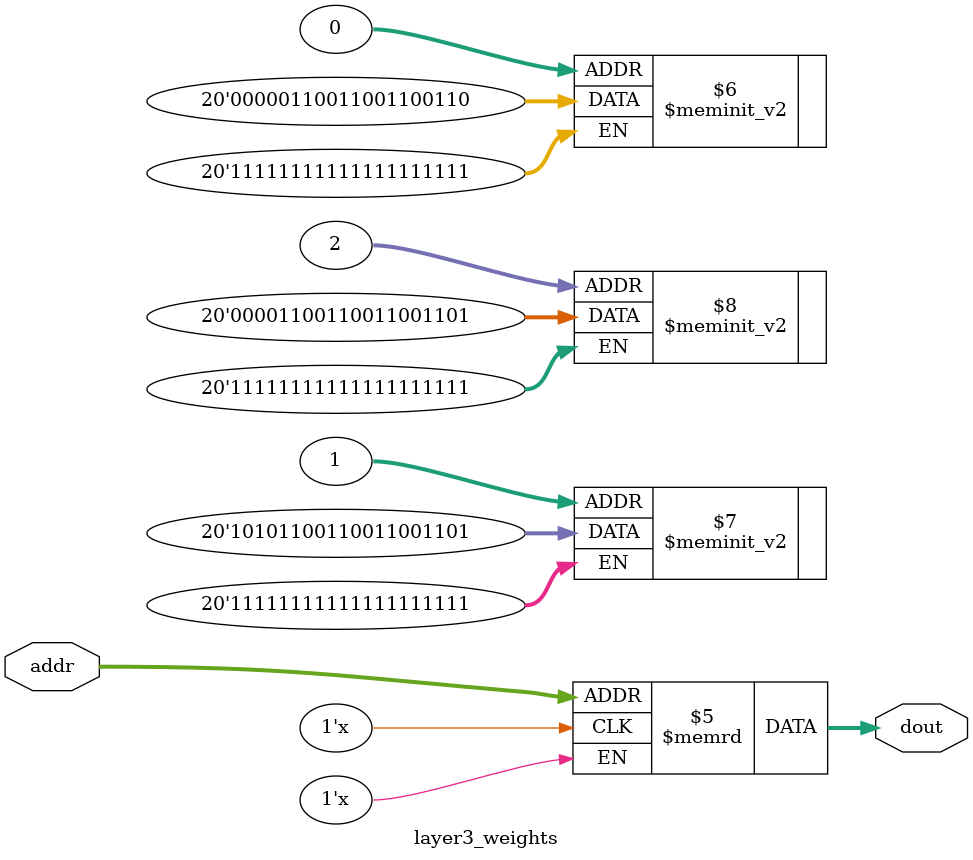
<source format=v>
module layer3_weights (
    input [7:0] addr,
    output reg [19:0] dout
);

    reg [19:0] ram [255:0]; // 256 x 20-bit weights

    initial begin
        ram[0] = 20'h06666;
        ram[1] = 20'hACCCD;
        ram[2] = 20'h0CCCD;
    end

    always @(*) begin
        dout = ram[addr];
    end

endmodule

</source>
